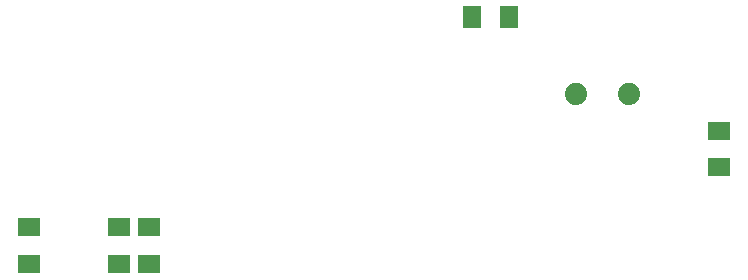
<source format=gbp>
G04 MADE WITH FRITZING*
G04 WWW.FRITZING.ORG*
G04 DOUBLE SIDED*
G04 HOLES PLATED*
G04 CONTOUR ON CENTER OF CONTOUR VECTOR*
%ASAXBY*%
%FSLAX23Y23*%
%MOIN*%
%OFA0B0*%
%SFA1.0B1.0*%
%ADD10C,0.074000*%
%ADD11R,0.074803X0.062992*%
%ADD12R,0.062992X0.074803*%
%ADD13R,0.001000X0.001000*%
%LNPASTEMASK0*%
G90*
G70*
G54D10*
X2199Y1540D03*
X2021Y1540D03*
G54D11*
X499Y1096D03*
X499Y974D03*
G54D12*
X1799Y1796D03*
X1677Y1796D03*
G54D11*
X199Y1096D03*
X199Y974D03*
X599Y1096D03*
X599Y974D03*
X2499Y1296D03*
X2499Y1418D03*
G54D13*
D02*
G04 End of PasteMask0*
M02*
</source>
